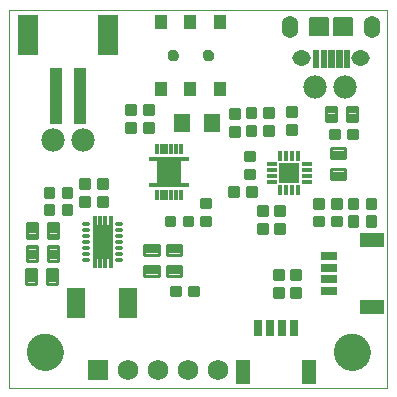
<source format=gts>
G75*
%MOIN*%
%OFA0B0*%
%FSLAX25Y25*%
%IPPOS*%
%LPD*%
%AMOC8*
5,1,8,0,0,1.08239X$1,22.5*
%
%ADD10C,0.00000*%
%ADD11C,0.12211*%
%ADD12R,0.04337X0.18510*%
%ADD13R,0.06699X0.13786*%
%ADD14C,0.07800*%
%ADD15R,0.05715X0.02762*%
%ADD16R,0.08274X0.05124*%
%ADD17R,0.02762X0.05715*%
%ADD18R,0.05124X0.08274*%
%ADD19C,0.00975*%
%ADD20R,0.03746X0.01502*%
%ADD21R,0.01502X0.03746*%
%ADD22R,0.07093X0.07093*%
%ADD23R,0.05400X0.06400*%
%ADD24R,0.04337X0.04928*%
%ADD25C,0.03746*%
%ADD26C,0.00850*%
%ADD27C,0.01100*%
%ADD28R,0.06620X0.11620*%
%ADD29C,0.01345*%
%ADD30R,0.01187X0.03451*%
%ADD31R,0.06306X0.10243*%
%ADD32R,0.06900X0.06900*%
%ADD33C,0.06900*%
%ADD34C,0.00200*%
%ADD35C,0.00640*%
%ADD36C,0.05156*%
%ADD37C,0.05400*%
%ADD38R,0.13780X0.01772*%
%ADD39R,0.01187X0.03746*%
%ADD40R,0.08077X0.08077*%
%ADD41R,0.04337X0.01384*%
D10*
X0002050Y0007300D02*
X0002050Y0133284D01*
X0128034Y0133284D01*
X0128034Y0007300D01*
X0002050Y0007300D01*
X0007955Y0019111D02*
X0007957Y0019264D01*
X0007963Y0019418D01*
X0007973Y0019571D01*
X0007987Y0019723D01*
X0008005Y0019876D01*
X0008027Y0020027D01*
X0008052Y0020178D01*
X0008082Y0020329D01*
X0008116Y0020479D01*
X0008153Y0020627D01*
X0008194Y0020775D01*
X0008239Y0020921D01*
X0008288Y0021067D01*
X0008341Y0021211D01*
X0008397Y0021353D01*
X0008457Y0021494D01*
X0008521Y0021634D01*
X0008588Y0021772D01*
X0008659Y0021908D01*
X0008734Y0022042D01*
X0008811Y0022174D01*
X0008893Y0022304D01*
X0008977Y0022432D01*
X0009065Y0022558D01*
X0009156Y0022681D01*
X0009250Y0022802D01*
X0009348Y0022920D01*
X0009448Y0023036D01*
X0009552Y0023149D01*
X0009658Y0023260D01*
X0009767Y0023368D01*
X0009879Y0023473D01*
X0009993Y0023574D01*
X0010111Y0023673D01*
X0010230Y0023769D01*
X0010352Y0023862D01*
X0010477Y0023951D01*
X0010604Y0024038D01*
X0010733Y0024120D01*
X0010864Y0024200D01*
X0010997Y0024276D01*
X0011132Y0024349D01*
X0011269Y0024418D01*
X0011408Y0024483D01*
X0011548Y0024545D01*
X0011690Y0024603D01*
X0011833Y0024658D01*
X0011978Y0024709D01*
X0012124Y0024756D01*
X0012271Y0024799D01*
X0012419Y0024838D01*
X0012568Y0024874D01*
X0012718Y0024905D01*
X0012869Y0024933D01*
X0013020Y0024957D01*
X0013173Y0024977D01*
X0013325Y0024993D01*
X0013478Y0025005D01*
X0013631Y0025013D01*
X0013784Y0025017D01*
X0013938Y0025017D01*
X0014091Y0025013D01*
X0014244Y0025005D01*
X0014397Y0024993D01*
X0014549Y0024977D01*
X0014702Y0024957D01*
X0014853Y0024933D01*
X0015004Y0024905D01*
X0015154Y0024874D01*
X0015303Y0024838D01*
X0015451Y0024799D01*
X0015598Y0024756D01*
X0015744Y0024709D01*
X0015889Y0024658D01*
X0016032Y0024603D01*
X0016174Y0024545D01*
X0016314Y0024483D01*
X0016453Y0024418D01*
X0016590Y0024349D01*
X0016725Y0024276D01*
X0016858Y0024200D01*
X0016989Y0024120D01*
X0017118Y0024038D01*
X0017245Y0023951D01*
X0017370Y0023862D01*
X0017492Y0023769D01*
X0017611Y0023673D01*
X0017729Y0023574D01*
X0017843Y0023473D01*
X0017955Y0023368D01*
X0018064Y0023260D01*
X0018170Y0023149D01*
X0018274Y0023036D01*
X0018374Y0022920D01*
X0018472Y0022802D01*
X0018566Y0022681D01*
X0018657Y0022558D01*
X0018745Y0022432D01*
X0018829Y0022304D01*
X0018911Y0022174D01*
X0018988Y0022042D01*
X0019063Y0021908D01*
X0019134Y0021772D01*
X0019201Y0021634D01*
X0019265Y0021494D01*
X0019325Y0021353D01*
X0019381Y0021211D01*
X0019434Y0021067D01*
X0019483Y0020921D01*
X0019528Y0020775D01*
X0019569Y0020627D01*
X0019606Y0020479D01*
X0019640Y0020329D01*
X0019670Y0020178D01*
X0019695Y0020027D01*
X0019717Y0019876D01*
X0019735Y0019723D01*
X0019749Y0019571D01*
X0019759Y0019418D01*
X0019765Y0019264D01*
X0019767Y0019111D01*
X0019765Y0018958D01*
X0019759Y0018804D01*
X0019749Y0018651D01*
X0019735Y0018499D01*
X0019717Y0018346D01*
X0019695Y0018195D01*
X0019670Y0018044D01*
X0019640Y0017893D01*
X0019606Y0017743D01*
X0019569Y0017595D01*
X0019528Y0017447D01*
X0019483Y0017301D01*
X0019434Y0017155D01*
X0019381Y0017011D01*
X0019325Y0016869D01*
X0019265Y0016728D01*
X0019201Y0016588D01*
X0019134Y0016450D01*
X0019063Y0016314D01*
X0018988Y0016180D01*
X0018911Y0016048D01*
X0018829Y0015918D01*
X0018745Y0015790D01*
X0018657Y0015664D01*
X0018566Y0015541D01*
X0018472Y0015420D01*
X0018374Y0015302D01*
X0018274Y0015186D01*
X0018170Y0015073D01*
X0018064Y0014962D01*
X0017955Y0014854D01*
X0017843Y0014749D01*
X0017729Y0014648D01*
X0017611Y0014549D01*
X0017492Y0014453D01*
X0017370Y0014360D01*
X0017245Y0014271D01*
X0017118Y0014184D01*
X0016989Y0014102D01*
X0016858Y0014022D01*
X0016725Y0013946D01*
X0016590Y0013873D01*
X0016453Y0013804D01*
X0016314Y0013739D01*
X0016174Y0013677D01*
X0016032Y0013619D01*
X0015889Y0013564D01*
X0015744Y0013513D01*
X0015598Y0013466D01*
X0015451Y0013423D01*
X0015303Y0013384D01*
X0015154Y0013348D01*
X0015004Y0013317D01*
X0014853Y0013289D01*
X0014702Y0013265D01*
X0014549Y0013245D01*
X0014397Y0013229D01*
X0014244Y0013217D01*
X0014091Y0013209D01*
X0013938Y0013205D01*
X0013784Y0013205D01*
X0013631Y0013209D01*
X0013478Y0013217D01*
X0013325Y0013229D01*
X0013173Y0013245D01*
X0013020Y0013265D01*
X0012869Y0013289D01*
X0012718Y0013317D01*
X0012568Y0013348D01*
X0012419Y0013384D01*
X0012271Y0013423D01*
X0012124Y0013466D01*
X0011978Y0013513D01*
X0011833Y0013564D01*
X0011690Y0013619D01*
X0011548Y0013677D01*
X0011408Y0013739D01*
X0011269Y0013804D01*
X0011132Y0013873D01*
X0010997Y0013946D01*
X0010864Y0014022D01*
X0010733Y0014102D01*
X0010604Y0014184D01*
X0010477Y0014271D01*
X0010352Y0014360D01*
X0010230Y0014453D01*
X0010111Y0014549D01*
X0009993Y0014648D01*
X0009879Y0014749D01*
X0009767Y0014854D01*
X0009658Y0014962D01*
X0009552Y0015073D01*
X0009448Y0015186D01*
X0009348Y0015302D01*
X0009250Y0015420D01*
X0009156Y0015541D01*
X0009065Y0015664D01*
X0008977Y0015790D01*
X0008893Y0015918D01*
X0008811Y0016048D01*
X0008734Y0016180D01*
X0008659Y0016314D01*
X0008588Y0016450D01*
X0008521Y0016588D01*
X0008457Y0016728D01*
X0008397Y0016869D01*
X0008341Y0017011D01*
X0008288Y0017155D01*
X0008239Y0017301D01*
X0008194Y0017447D01*
X0008153Y0017595D01*
X0008116Y0017743D01*
X0008082Y0017893D01*
X0008052Y0018044D01*
X0008027Y0018195D01*
X0008005Y0018346D01*
X0007987Y0018499D01*
X0007973Y0018651D01*
X0007963Y0018804D01*
X0007957Y0018958D01*
X0007955Y0019111D01*
X0054771Y0118000D02*
X0054773Y0118081D01*
X0054779Y0118163D01*
X0054789Y0118244D01*
X0054803Y0118324D01*
X0054820Y0118403D01*
X0054842Y0118482D01*
X0054867Y0118559D01*
X0054896Y0118636D01*
X0054929Y0118710D01*
X0054966Y0118783D01*
X0055005Y0118854D01*
X0055049Y0118923D01*
X0055095Y0118990D01*
X0055145Y0119054D01*
X0055198Y0119116D01*
X0055254Y0119176D01*
X0055312Y0119232D01*
X0055374Y0119286D01*
X0055438Y0119337D01*
X0055504Y0119384D01*
X0055572Y0119428D01*
X0055643Y0119469D01*
X0055715Y0119506D01*
X0055790Y0119540D01*
X0055865Y0119570D01*
X0055943Y0119596D01*
X0056021Y0119619D01*
X0056100Y0119637D01*
X0056180Y0119652D01*
X0056261Y0119663D01*
X0056342Y0119670D01*
X0056424Y0119673D01*
X0056505Y0119672D01*
X0056586Y0119667D01*
X0056667Y0119658D01*
X0056748Y0119645D01*
X0056828Y0119628D01*
X0056906Y0119608D01*
X0056984Y0119583D01*
X0057061Y0119555D01*
X0057136Y0119523D01*
X0057209Y0119488D01*
X0057280Y0119449D01*
X0057350Y0119406D01*
X0057417Y0119361D01*
X0057483Y0119312D01*
X0057545Y0119260D01*
X0057605Y0119204D01*
X0057662Y0119146D01*
X0057717Y0119086D01*
X0057768Y0119022D01*
X0057816Y0118957D01*
X0057861Y0118889D01*
X0057903Y0118819D01*
X0057941Y0118747D01*
X0057976Y0118673D01*
X0058007Y0118598D01*
X0058034Y0118521D01*
X0058057Y0118443D01*
X0058077Y0118364D01*
X0058093Y0118284D01*
X0058105Y0118203D01*
X0058113Y0118122D01*
X0058117Y0118041D01*
X0058117Y0117959D01*
X0058113Y0117878D01*
X0058105Y0117797D01*
X0058093Y0117716D01*
X0058077Y0117636D01*
X0058057Y0117557D01*
X0058034Y0117479D01*
X0058007Y0117402D01*
X0057976Y0117327D01*
X0057941Y0117253D01*
X0057903Y0117181D01*
X0057861Y0117111D01*
X0057816Y0117043D01*
X0057768Y0116978D01*
X0057717Y0116914D01*
X0057662Y0116854D01*
X0057605Y0116796D01*
X0057545Y0116740D01*
X0057483Y0116688D01*
X0057417Y0116639D01*
X0057350Y0116594D01*
X0057281Y0116551D01*
X0057209Y0116512D01*
X0057136Y0116477D01*
X0057061Y0116445D01*
X0056984Y0116417D01*
X0056906Y0116392D01*
X0056828Y0116372D01*
X0056748Y0116355D01*
X0056667Y0116342D01*
X0056586Y0116333D01*
X0056505Y0116328D01*
X0056424Y0116327D01*
X0056342Y0116330D01*
X0056261Y0116337D01*
X0056180Y0116348D01*
X0056100Y0116363D01*
X0056021Y0116381D01*
X0055943Y0116404D01*
X0055865Y0116430D01*
X0055790Y0116460D01*
X0055715Y0116494D01*
X0055643Y0116531D01*
X0055572Y0116572D01*
X0055504Y0116616D01*
X0055438Y0116663D01*
X0055374Y0116714D01*
X0055312Y0116768D01*
X0055254Y0116824D01*
X0055198Y0116884D01*
X0055145Y0116946D01*
X0055095Y0117010D01*
X0055049Y0117077D01*
X0055005Y0117146D01*
X0054966Y0117217D01*
X0054929Y0117290D01*
X0054896Y0117364D01*
X0054867Y0117441D01*
X0054842Y0117518D01*
X0054820Y0117597D01*
X0054803Y0117676D01*
X0054789Y0117756D01*
X0054779Y0117837D01*
X0054773Y0117919D01*
X0054771Y0118000D01*
X0066583Y0118000D02*
X0066585Y0118081D01*
X0066591Y0118163D01*
X0066601Y0118244D01*
X0066615Y0118324D01*
X0066632Y0118403D01*
X0066654Y0118482D01*
X0066679Y0118559D01*
X0066708Y0118636D01*
X0066741Y0118710D01*
X0066778Y0118783D01*
X0066817Y0118854D01*
X0066861Y0118923D01*
X0066907Y0118990D01*
X0066957Y0119054D01*
X0067010Y0119116D01*
X0067066Y0119176D01*
X0067124Y0119232D01*
X0067186Y0119286D01*
X0067250Y0119337D01*
X0067316Y0119384D01*
X0067384Y0119428D01*
X0067455Y0119469D01*
X0067527Y0119506D01*
X0067602Y0119540D01*
X0067677Y0119570D01*
X0067755Y0119596D01*
X0067833Y0119619D01*
X0067912Y0119637D01*
X0067992Y0119652D01*
X0068073Y0119663D01*
X0068154Y0119670D01*
X0068236Y0119673D01*
X0068317Y0119672D01*
X0068398Y0119667D01*
X0068479Y0119658D01*
X0068560Y0119645D01*
X0068640Y0119628D01*
X0068718Y0119608D01*
X0068796Y0119583D01*
X0068873Y0119555D01*
X0068948Y0119523D01*
X0069021Y0119488D01*
X0069092Y0119449D01*
X0069162Y0119406D01*
X0069229Y0119361D01*
X0069295Y0119312D01*
X0069357Y0119260D01*
X0069417Y0119204D01*
X0069474Y0119146D01*
X0069529Y0119086D01*
X0069580Y0119022D01*
X0069628Y0118957D01*
X0069673Y0118889D01*
X0069715Y0118819D01*
X0069753Y0118747D01*
X0069788Y0118673D01*
X0069819Y0118598D01*
X0069846Y0118521D01*
X0069869Y0118443D01*
X0069889Y0118364D01*
X0069905Y0118284D01*
X0069917Y0118203D01*
X0069925Y0118122D01*
X0069929Y0118041D01*
X0069929Y0117959D01*
X0069925Y0117878D01*
X0069917Y0117797D01*
X0069905Y0117716D01*
X0069889Y0117636D01*
X0069869Y0117557D01*
X0069846Y0117479D01*
X0069819Y0117402D01*
X0069788Y0117327D01*
X0069753Y0117253D01*
X0069715Y0117181D01*
X0069673Y0117111D01*
X0069628Y0117043D01*
X0069580Y0116978D01*
X0069529Y0116914D01*
X0069474Y0116854D01*
X0069417Y0116796D01*
X0069357Y0116740D01*
X0069295Y0116688D01*
X0069229Y0116639D01*
X0069162Y0116594D01*
X0069093Y0116551D01*
X0069021Y0116512D01*
X0068948Y0116477D01*
X0068873Y0116445D01*
X0068796Y0116417D01*
X0068718Y0116392D01*
X0068640Y0116372D01*
X0068560Y0116355D01*
X0068479Y0116342D01*
X0068398Y0116333D01*
X0068317Y0116328D01*
X0068236Y0116327D01*
X0068154Y0116330D01*
X0068073Y0116337D01*
X0067992Y0116348D01*
X0067912Y0116363D01*
X0067833Y0116381D01*
X0067755Y0116404D01*
X0067677Y0116430D01*
X0067602Y0116460D01*
X0067527Y0116494D01*
X0067455Y0116531D01*
X0067384Y0116572D01*
X0067316Y0116616D01*
X0067250Y0116663D01*
X0067186Y0116714D01*
X0067124Y0116768D01*
X0067066Y0116824D01*
X0067010Y0116884D01*
X0066957Y0116946D01*
X0066907Y0117010D01*
X0066861Y0117077D01*
X0066817Y0117146D01*
X0066778Y0117217D01*
X0066741Y0117290D01*
X0066708Y0117364D01*
X0066679Y0117441D01*
X0066654Y0117518D01*
X0066632Y0117597D01*
X0066615Y0117676D01*
X0066601Y0117756D01*
X0066591Y0117837D01*
X0066585Y0117919D01*
X0066583Y0118000D01*
X0110317Y0019111D02*
X0110319Y0019264D01*
X0110325Y0019418D01*
X0110335Y0019571D01*
X0110349Y0019723D01*
X0110367Y0019876D01*
X0110389Y0020027D01*
X0110414Y0020178D01*
X0110444Y0020329D01*
X0110478Y0020479D01*
X0110515Y0020627D01*
X0110556Y0020775D01*
X0110601Y0020921D01*
X0110650Y0021067D01*
X0110703Y0021211D01*
X0110759Y0021353D01*
X0110819Y0021494D01*
X0110883Y0021634D01*
X0110950Y0021772D01*
X0111021Y0021908D01*
X0111096Y0022042D01*
X0111173Y0022174D01*
X0111255Y0022304D01*
X0111339Y0022432D01*
X0111427Y0022558D01*
X0111518Y0022681D01*
X0111612Y0022802D01*
X0111710Y0022920D01*
X0111810Y0023036D01*
X0111914Y0023149D01*
X0112020Y0023260D01*
X0112129Y0023368D01*
X0112241Y0023473D01*
X0112355Y0023574D01*
X0112473Y0023673D01*
X0112592Y0023769D01*
X0112714Y0023862D01*
X0112839Y0023951D01*
X0112966Y0024038D01*
X0113095Y0024120D01*
X0113226Y0024200D01*
X0113359Y0024276D01*
X0113494Y0024349D01*
X0113631Y0024418D01*
X0113770Y0024483D01*
X0113910Y0024545D01*
X0114052Y0024603D01*
X0114195Y0024658D01*
X0114340Y0024709D01*
X0114486Y0024756D01*
X0114633Y0024799D01*
X0114781Y0024838D01*
X0114930Y0024874D01*
X0115080Y0024905D01*
X0115231Y0024933D01*
X0115382Y0024957D01*
X0115535Y0024977D01*
X0115687Y0024993D01*
X0115840Y0025005D01*
X0115993Y0025013D01*
X0116146Y0025017D01*
X0116300Y0025017D01*
X0116453Y0025013D01*
X0116606Y0025005D01*
X0116759Y0024993D01*
X0116911Y0024977D01*
X0117064Y0024957D01*
X0117215Y0024933D01*
X0117366Y0024905D01*
X0117516Y0024874D01*
X0117665Y0024838D01*
X0117813Y0024799D01*
X0117960Y0024756D01*
X0118106Y0024709D01*
X0118251Y0024658D01*
X0118394Y0024603D01*
X0118536Y0024545D01*
X0118676Y0024483D01*
X0118815Y0024418D01*
X0118952Y0024349D01*
X0119087Y0024276D01*
X0119220Y0024200D01*
X0119351Y0024120D01*
X0119480Y0024038D01*
X0119607Y0023951D01*
X0119732Y0023862D01*
X0119854Y0023769D01*
X0119973Y0023673D01*
X0120091Y0023574D01*
X0120205Y0023473D01*
X0120317Y0023368D01*
X0120426Y0023260D01*
X0120532Y0023149D01*
X0120636Y0023036D01*
X0120736Y0022920D01*
X0120834Y0022802D01*
X0120928Y0022681D01*
X0121019Y0022558D01*
X0121107Y0022432D01*
X0121191Y0022304D01*
X0121273Y0022174D01*
X0121350Y0022042D01*
X0121425Y0021908D01*
X0121496Y0021772D01*
X0121563Y0021634D01*
X0121627Y0021494D01*
X0121687Y0021353D01*
X0121743Y0021211D01*
X0121796Y0021067D01*
X0121845Y0020921D01*
X0121890Y0020775D01*
X0121931Y0020627D01*
X0121968Y0020479D01*
X0122002Y0020329D01*
X0122032Y0020178D01*
X0122057Y0020027D01*
X0122079Y0019876D01*
X0122097Y0019723D01*
X0122111Y0019571D01*
X0122121Y0019418D01*
X0122127Y0019264D01*
X0122129Y0019111D01*
X0122127Y0018958D01*
X0122121Y0018804D01*
X0122111Y0018651D01*
X0122097Y0018499D01*
X0122079Y0018346D01*
X0122057Y0018195D01*
X0122032Y0018044D01*
X0122002Y0017893D01*
X0121968Y0017743D01*
X0121931Y0017595D01*
X0121890Y0017447D01*
X0121845Y0017301D01*
X0121796Y0017155D01*
X0121743Y0017011D01*
X0121687Y0016869D01*
X0121627Y0016728D01*
X0121563Y0016588D01*
X0121496Y0016450D01*
X0121425Y0016314D01*
X0121350Y0016180D01*
X0121273Y0016048D01*
X0121191Y0015918D01*
X0121107Y0015790D01*
X0121019Y0015664D01*
X0120928Y0015541D01*
X0120834Y0015420D01*
X0120736Y0015302D01*
X0120636Y0015186D01*
X0120532Y0015073D01*
X0120426Y0014962D01*
X0120317Y0014854D01*
X0120205Y0014749D01*
X0120091Y0014648D01*
X0119973Y0014549D01*
X0119854Y0014453D01*
X0119732Y0014360D01*
X0119607Y0014271D01*
X0119480Y0014184D01*
X0119351Y0014102D01*
X0119220Y0014022D01*
X0119087Y0013946D01*
X0118952Y0013873D01*
X0118815Y0013804D01*
X0118676Y0013739D01*
X0118536Y0013677D01*
X0118394Y0013619D01*
X0118251Y0013564D01*
X0118106Y0013513D01*
X0117960Y0013466D01*
X0117813Y0013423D01*
X0117665Y0013384D01*
X0117516Y0013348D01*
X0117366Y0013317D01*
X0117215Y0013289D01*
X0117064Y0013265D01*
X0116911Y0013245D01*
X0116759Y0013229D01*
X0116606Y0013217D01*
X0116453Y0013209D01*
X0116300Y0013205D01*
X0116146Y0013205D01*
X0115993Y0013209D01*
X0115840Y0013217D01*
X0115687Y0013229D01*
X0115535Y0013245D01*
X0115382Y0013265D01*
X0115231Y0013289D01*
X0115080Y0013317D01*
X0114930Y0013348D01*
X0114781Y0013384D01*
X0114633Y0013423D01*
X0114486Y0013466D01*
X0114340Y0013513D01*
X0114195Y0013564D01*
X0114052Y0013619D01*
X0113910Y0013677D01*
X0113770Y0013739D01*
X0113631Y0013804D01*
X0113494Y0013873D01*
X0113359Y0013946D01*
X0113226Y0014022D01*
X0113095Y0014102D01*
X0112966Y0014184D01*
X0112839Y0014271D01*
X0112714Y0014360D01*
X0112592Y0014453D01*
X0112473Y0014549D01*
X0112355Y0014648D01*
X0112241Y0014749D01*
X0112129Y0014854D01*
X0112020Y0014962D01*
X0111914Y0015073D01*
X0111810Y0015186D01*
X0111710Y0015302D01*
X0111612Y0015420D01*
X0111518Y0015541D01*
X0111427Y0015664D01*
X0111339Y0015790D01*
X0111255Y0015918D01*
X0111173Y0016048D01*
X0111096Y0016180D01*
X0111021Y0016314D01*
X0110950Y0016450D01*
X0110883Y0016588D01*
X0110819Y0016728D01*
X0110759Y0016869D01*
X0110703Y0017011D01*
X0110650Y0017155D01*
X0110601Y0017301D01*
X0110556Y0017447D01*
X0110515Y0017595D01*
X0110478Y0017743D01*
X0110444Y0017893D01*
X0110414Y0018044D01*
X0110389Y0018195D01*
X0110367Y0018346D01*
X0110349Y0018499D01*
X0110335Y0018651D01*
X0110325Y0018804D01*
X0110319Y0018958D01*
X0110317Y0019111D01*
D11*
X0116223Y0019111D03*
X0013861Y0019111D03*
D12*
X0017613Y0104422D03*
X0025487Y0104422D03*
D13*
X0034936Y0124894D03*
X0008164Y0124894D03*
D14*
X0016550Y0089926D03*
X0026550Y0089926D03*
X0104050Y0107426D03*
X0114050Y0107426D03*
D15*
X0108550Y0051206D03*
X0108550Y0047269D03*
X0108550Y0043331D03*
X0108550Y0039394D03*
D16*
X0123019Y0034276D03*
X0123019Y0056324D03*
D17*
X0096856Y0027000D03*
X0092919Y0027000D03*
X0088981Y0027000D03*
X0085044Y0027000D03*
D18*
X0079926Y0012531D03*
X0101974Y0012531D03*
D19*
X0098913Y0037437D02*
X0098913Y0040363D01*
X0098913Y0037437D02*
X0095987Y0037437D01*
X0095987Y0040363D01*
X0098913Y0040363D01*
X0098913Y0038411D02*
X0095987Y0038411D01*
X0095987Y0039385D02*
X0098913Y0039385D01*
X0098913Y0040359D02*
X0095987Y0040359D01*
X0098913Y0043437D02*
X0098913Y0046363D01*
X0098913Y0043437D02*
X0095987Y0043437D01*
X0095987Y0046363D01*
X0098913Y0046363D01*
X0098913Y0044411D02*
X0095987Y0044411D01*
X0095987Y0045385D02*
X0098913Y0045385D01*
X0098913Y0046359D02*
X0095987Y0046359D01*
X0093213Y0046363D02*
X0093213Y0043437D01*
X0090287Y0043437D01*
X0090287Y0046363D01*
X0093213Y0046363D01*
X0093213Y0044411D02*
X0090287Y0044411D01*
X0090287Y0045385D02*
X0093213Y0045385D01*
X0093213Y0046359D02*
X0090287Y0046359D01*
X0093213Y0040363D02*
X0093213Y0037437D01*
X0090287Y0037437D01*
X0090287Y0040363D01*
X0093213Y0040363D01*
X0093213Y0038411D02*
X0090287Y0038411D01*
X0090287Y0039385D02*
X0093213Y0039385D01*
X0093213Y0040359D02*
X0090287Y0040359D01*
X0090591Y0058948D02*
X0090591Y0061874D01*
X0093517Y0061874D01*
X0093517Y0058948D01*
X0090591Y0058948D01*
X0090591Y0059922D02*
X0093517Y0059922D01*
X0093517Y0060896D02*
X0090591Y0060896D01*
X0090591Y0061870D02*
X0093517Y0061870D01*
X0090591Y0064948D02*
X0090591Y0067874D01*
X0093517Y0067874D01*
X0093517Y0064948D01*
X0090591Y0064948D01*
X0090591Y0065922D02*
X0093517Y0065922D01*
X0093517Y0066896D02*
X0090591Y0066896D01*
X0090591Y0067870D02*
X0093517Y0067870D01*
X0084980Y0067874D02*
X0084980Y0064948D01*
X0084980Y0067874D02*
X0087906Y0067874D01*
X0087906Y0064948D01*
X0084980Y0064948D01*
X0084980Y0065922D02*
X0087906Y0065922D01*
X0087906Y0066896D02*
X0084980Y0066896D01*
X0084980Y0067870D02*
X0087906Y0067870D01*
X0084113Y0071137D02*
X0081187Y0071137D01*
X0081187Y0074063D01*
X0084113Y0074063D01*
X0084113Y0071137D01*
X0084113Y0072111D02*
X0081187Y0072111D01*
X0081187Y0073085D02*
X0084113Y0073085D01*
X0084113Y0074059D02*
X0081187Y0074059D01*
X0080587Y0077037D02*
X0080587Y0079963D01*
X0083513Y0079963D01*
X0083513Y0077037D01*
X0080587Y0077037D01*
X0080587Y0078011D02*
X0083513Y0078011D01*
X0083513Y0078985D02*
X0080587Y0078985D01*
X0080587Y0079959D02*
X0083513Y0079959D01*
X0080587Y0083037D02*
X0080587Y0085963D01*
X0083513Y0085963D01*
X0083513Y0083037D01*
X0080587Y0083037D01*
X0080587Y0084011D02*
X0083513Y0084011D01*
X0083513Y0084985D02*
X0080587Y0084985D01*
X0080587Y0085959D02*
X0083513Y0085959D01*
X0081087Y0091437D02*
X0081087Y0094363D01*
X0084013Y0094363D01*
X0084013Y0091437D01*
X0081087Y0091437D01*
X0081087Y0092411D02*
X0084013Y0092411D01*
X0084013Y0093385D02*
X0081087Y0093385D01*
X0081087Y0094359D02*
X0084013Y0094359D01*
X0081087Y0097437D02*
X0081087Y0100363D01*
X0084013Y0100363D01*
X0084013Y0097437D01*
X0081087Y0097437D01*
X0081087Y0098411D02*
X0084013Y0098411D01*
X0084013Y0099385D02*
X0081087Y0099385D01*
X0081087Y0100359D02*
X0084013Y0100359D01*
X0086887Y0100463D02*
X0086887Y0097537D01*
X0086887Y0100463D02*
X0089813Y0100463D01*
X0089813Y0097537D01*
X0086887Y0097537D01*
X0086887Y0098511D02*
X0089813Y0098511D01*
X0089813Y0099485D02*
X0086887Y0099485D01*
X0086887Y0100459D02*
X0089813Y0100459D01*
X0094687Y0100663D02*
X0094687Y0097737D01*
X0094687Y0100663D02*
X0097613Y0100663D01*
X0097613Y0097737D01*
X0094687Y0097737D01*
X0094687Y0098711D02*
X0097613Y0098711D01*
X0097613Y0099685D02*
X0094687Y0099685D01*
X0094687Y0100659D02*
X0097613Y0100659D01*
X0094687Y0094663D02*
X0094687Y0091737D01*
X0094687Y0094663D02*
X0097613Y0094663D01*
X0097613Y0091737D01*
X0094687Y0091737D01*
X0094687Y0092711D02*
X0097613Y0092711D01*
X0097613Y0093685D02*
X0094687Y0093685D01*
X0094687Y0094659D02*
X0097613Y0094659D01*
X0086887Y0094463D02*
X0086887Y0091537D01*
X0086887Y0094463D02*
X0089813Y0094463D01*
X0089813Y0091537D01*
X0086887Y0091537D01*
X0086887Y0092511D02*
X0089813Y0092511D01*
X0089813Y0093485D02*
X0086887Y0093485D01*
X0086887Y0094459D02*
X0089813Y0094459D01*
X0075487Y0094163D02*
X0075487Y0091237D01*
X0075487Y0094163D02*
X0078413Y0094163D01*
X0078413Y0091237D01*
X0075487Y0091237D01*
X0075487Y0092211D02*
X0078413Y0092211D01*
X0078413Y0093185D02*
X0075487Y0093185D01*
X0075487Y0094159D02*
X0078413Y0094159D01*
X0075487Y0097237D02*
X0075487Y0100163D01*
X0078413Y0100163D01*
X0078413Y0097237D01*
X0075487Y0097237D01*
X0075487Y0098211D02*
X0078413Y0098211D01*
X0078413Y0099185D02*
X0075487Y0099185D01*
X0075487Y0100159D02*
X0078413Y0100159D01*
X0078113Y0071137D02*
X0075187Y0071137D01*
X0075187Y0074063D01*
X0078113Y0074063D01*
X0078113Y0071137D01*
X0078113Y0072111D02*
X0075187Y0072111D01*
X0075187Y0073085D02*
X0078113Y0073085D01*
X0078113Y0074059D02*
X0075187Y0074059D01*
X0068813Y0070263D02*
X0068813Y0067337D01*
X0065887Y0067337D01*
X0065887Y0070263D01*
X0068813Y0070263D01*
X0068813Y0068311D02*
X0065887Y0068311D01*
X0065887Y0069285D02*
X0068813Y0069285D01*
X0068813Y0070259D02*
X0065887Y0070259D01*
X0068813Y0064263D02*
X0068813Y0061337D01*
X0065887Y0061337D01*
X0065887Y0064263D01*
X0068813Y0064263D01*
X0068813Y0062311D02*
X0065887Y0062311D01*
X0065887Y0063285D02*
X0068813Y0063285D01*
X0068813Y0064259D02*
X0065887Y0064259D01*
X0063013Y0064263D02*
X0060087Y0064263D01*
X0063013Y0064263D02*
X0063013Y0061337D01*
X0060087Y0061337D01*
X0060087Y0064263D01*
X0060087Y0062311D02*
X0063013Y0062311D01*
X0063013Y0063285D02*
X0060087Y0063285D01*
X0060087Y0064259D02*
X0063013Y0064259D01*
X0057013Y0064263D02*
X0054087Y0064263D01*
X0057013Y0064263D02*
X0057013Y0061337D01*
X0054087Y0061337D01*
X0054087Y0064263D01*
X0054087Y0062311D02*
X0057013Y0062311D01*
X0057013Y0063285D02*
X0054087Y0063285D01*
X0054087Y0064259D02*
X0057013Y0064259D01*
X0055987Y0040963D02*
X0058913Y0040963D01*
X0058913Y0038037D01*
X0055987Y0038037D01*
X0055987Y0040963D01*
X0055987Y0039011D02*
X0058913Y0039011D01*
X0058913Y0039985D02*
X0055987Y0039985D01*
X0055987Y0040959D02*
X0058913Y0040959D01*
X0061987Y0040963D02*
X0064913Y0040963D01*
X0064913Y0038037D01*
X0061987Y0038037D01*
X0061987Y0040963D01*
X0061987Y0039011D02*
X0064913Y0039011D01*
X0064913Y0039985D02*
X0061987Y0039985D01*
X0061987Y0040959D02*
X0064913Y0040959D01*
X0084980Y0058948D02*
X0084980Y0061874D01*
X0087906Y0061874D01*
X0087906Y0058948D01*
X0084980Y0058948D01*
X0084980Y0059922D02*
X0087906Y0059922D01*
X0087906Y0060896D02*
X0084980Y0060896D01*
X0084980Y0061870D02*
X0087906Y0061870D01*
X0103587Y0061337D02*
X0106513Y0061337D01*
X0103587Y0061337D02*
X0103587Y0064263D01*
X0106513Y0064263D01*
X0106513Y0061337D01*
X0106513Y0062311D02*
X0103587Y0062311D01*
X0103587Y0063285D02*
X0106513Y0063285D01*
X0106513Y0064259D02*
X0103587Y0064259D01*
X0103487Y0067137D02*
X0106413Y0067137D01*
X0103487Y0067137D02*
X0103487Y0070063D01*
X0106413Y0070063D01*
X0106413Y0067137D01*
X0106413Y0068111D02*
X0103487Y0068111D01*
X0103487Y0069085D02*
X0106413Y0069085D01*
X0106413Y0070059D02*
X0103487Y0070059D01*
X0109487Y0067137D02*
X0112413Y0067137D01*
X0109487Y0067137D02*
X0109487Y0070063D01*
X0112413Y0070063D01*
X0112413Y0067137D01*
X0112413Y0068111D02*
X0109487Y0068111D01*
X0109487Y0069085D02*
X0112413Y0069085D01*
X0112413Y0070059D02*
X0109487Y0070059D01*
X0109587Y0061337D02*
X0112513Y0061337D01*
X0109587Y0061337D02*
X0109587Y0064263D01*
X0112513Y0064263D01*
X0112513Y0061337D01*
X0112513Y0062311D02*
X0109587Y0062311D01*
X0109587Y0063285D02*
X0112513Y0063285D01*
X0112513Y0064259D02*
X0109587Y0064259D01*
X0108987Y0093263D02*
X0111913Y0093263D01*
X0111913Y0090337D01*
X0108987Y0090337D01*
X0108987Y0093263D01*
X0108987Y0091311D02*
X0111913Y0091311D01*
X0111913Y0092285D02*
X0108987Y0092285D01*
X0108987Y0093259D02*
X0111913Y0093259D01*
X0114987Y0093263D02*
X0117913Y0093263D01*
X0117913Y0090337D01*
X0114987Y0090337D01*
X0114987Y0093263D01*
X0114987Y0091311D02*
X0117913Y0091311D01*
X0117913Y0092285D02*
X0114987Y0092285D01*
X0114987Y0093259D02*
X0117913Y0093259D01*
X0049913Y0095563D02*
X0046987Y0095563D01*
X0049913Y0095563D02*
X0049913Y0092637D01*
X0046987Y0092637D01*
X0046987Y0095563D01*
X0046987Y0093611D02*
X0049913Y0093611D01*
X0049913Y0094585D02*
X0046987Y0094585D01*
X0046987Y0095559D02*
X0049913Y0095559D01*
X0049913Y0098437D02*
X0046987Y0098437D01*
X0046987Y0101363D01*
X0049913Y0101363D01*
X0049913Y0098437D01*
X0049913Y0099411D02*
X0046987Y0099411D01*
X0046987Y0100385D02*
X0049913Y0100385D01*
X0049913Y0101359D02*
X0046987Y0101359D01*
X0043913Y0098437D02*
X0040987Y0098437D01*
X0040987Y0101363D01*
X0043913Y0101363D01*
X0043913Y0098437D01*
X0043913Y0099411D02*
X0040987Y0099411D01*
X0040987Y0100385D02*
X0043913Y0100385D01*
X0043913Y0101359D02*
X0040987Y0101359D01*
X0040987Y0095563D02*
X0043913Y0095563D01*
X0043913Y0092637D01*
X0040987Y0092637D01*
X0040987Y0095563D01*
X0040987Y0093611D02*
X0043913Y0093611D01*
X0043913Y0094585D02*
X0040987Y0094585D01*
X0040987Y0095559D02*
X0043913Y0095559D01*
X0034513Y0076663D02*
X0034513Y0073737D01*
X0031587Y0073737D01*
X0031587Y0076663D01*
X0034513Y0076663D01*
X0034513Y0074711D02*
X0031587Y0074711D01*
X0031587Y0075685D02*
X0034513Y0075685D01*
X0034513Y0076659D02*
X0031587Y0076659D01*
X0025687Y0076663D02*
X0025687Y0073737D01*
X0025687Y0076663D02*
X0028613Y0076663D01*
X0028613Y0073737D01*
X0025687Y0073737D01*
X0025687Y0074711D02*
X0028613Y0074711D01*
X0028613Y0075685D02*
X0025687Y0075685D01*
X0025687Y0076659D02*
X0028613Y0076659D01*
X0025687Y0070663D02*
X0025687Y0067737D01*
X0025687Y0070663D02*
X0028613Y0070663D01*
X0028613Y0067737D01*
X0025687Y0067737D01*
X0025687Y0068711D02*
X0028613Y0068711D01*
X0028613Y0069685D02*
X0025687Y0069685D01*
X0025687Y0070659D02*
X0028613Y0070659D01*
X0034513Y0070663D02*
X0034513Y0067737D01*
X0031587Y0067737D01*
X0031587Y0070663D01*
X0034513Y0070663D01*
X0034513Y0068711D02*
X0031587Y0068711D01*
X0031587Y0069685D02*
X0034513Y0069685D01*
X0034513Y0070659D02*
X0031587Y0070659D01*
X0022713Y0070937D02*
X0019787Y0070937D01*
X0019787Y0073863D01*
X0022713Y0073863D01*
X0022713Y0070937D01*
X0022713Y0071911D02*
X0019787Y0071911D01*
X0019787Y0072885D02*
X0022713Y0072885D01*
X0022713Y0073859D02*
X0019787Y0073859D01*
X0016713Y0070937D02*
X0013787Y0070937D01*
X0013787Y0073863D01*
X0016713Y0073863D01*
X0016713Y0070937D01*
X0016713Y0071911D02*
X0013787Y0071911D01*
X0013787Y0072885D02*
X0016713Y0072885D01*
X0016713Y0073859D02*
X0013787Y0073859D01*
X0013787Y0068163D02*
X0016713Y0068163D01*
X0016713Y0065237D01*
X0013787Y0065237D01*
X0013787Y0068163D01*
X0013787Y0066211D02*
X0016713Y0066211D01*
X0016713Y0067185D02*
X0013787Y0067185D01*
X0013787Y0068159D02*
X0016713Y0068159D01*
X0019787Y0068163D02*
X0022713Y0068163D01*
X0022713Y0065237D01*
X0019787Y0065237D01*
X0019787Y0068163D01*
X0019787Y0066211D02*
X0022713Y0066211D01*
X0022713Y0067185D02*
X0019787Y0067185D01*
X0019787Y0068159D02*
X0022713Y0068159D01*
D20*
X0089543Y0075847D03*
X0089543Y0077816D03*
X0089543Y0079784D03*
X0089543Y0081753D03*
X0101157Y0081753D03*
X0101157Y0079784D03*
X0101157Y0077816D03*
X0101157Y0075847D03*
D21*
X0098303Y0072993D03*
X0096334Y0072993D03*
X0094366Y0072993D03*
X0092397Y0072993D03*
X0092397Y0084607D03*
X0094366Y0084607D03*
X0096334Y0084607D03*
X0098303Y0084607D03*
D22*
X0095350Y0078800D03*
D23*
X0069450Y0095400D03*
X0059450Y0095400D03*
D24*
X0062350Y0106878D03*
X0072193Y0106878D03*
X0052507Y0106878D03*
X0052507Y0129122D03*
X0062350Y0129122D03*
X0072193Y0129122D03*
D25*
X0068256Y0118000D03*
X0056444Y0118000D03*
D26*
X0115275Y0070125D02*
X0117825Y0070125D01*
X0117825Y0067075D01*
X0115275Y0067075D01*
X0115275Y0070125D01*
X0115275Y0067924D02*
X0117825Y0067924D01*
X0117825Y0068773D02*
X0115275Y0068773D01*
X0115275Y0069622D02*
X0117825Y0069622D01*
X0121275Y0070125D02*
X0123825Y0070125D01*
X0123825Y0067075D01*
X0121275Y0067075D01*
X0121275Y0070125D01*
X0121275Y0067924D02*
X0123825Y0067924D01*
X0123825Y0068773D02*
X0121275Y0068773D01*
X0121275Y0069622D02*
X0123825Y0069622D01*
X0123825Y0064325D02*
X0121275Y0064325D01*
X0123825Y0064325D02*
X0123825Y0061275D01*
X0121275Y0061275D01*
X0121275Y0064325D01*
X0121275Y0062124D02*
X0123825Y0062124D01*
X0123825Y0062973D02*
X0121275Y0062973D01*
X0121275Y0063822D02*
X0123825Y0063822D01*
X0117825Y0064325D02*
X0115275Y0064325D01*
X0117825Y0064325D02*
X0117825Y0061275D01*
X0115275Y0061275D01*
X0115275Y0064325D01*
X0115275Y0062124D02*
X0117825Y0062124D01*
X0117825Y0062973D02*
X0115275Y0062973D01*
X0115275Y0063822D02*
X0117825Y0063822D01*
D27*
X0109150Y0076750D02*
X0109150Y0080050D01*
X0113950Y0080050D01*
X0113950Y0076750D01*
X0109150Y0076750D01*
X0109150Y0077849D02*
X0113950Y0077849D01*
X0113950Y0078948D02*
X0109150Y0078948D01*
X0109150Y0080047D02*
X0113950Y0080047D01*
X0109150Y0083750D02*
X0109150Y0087050D01*
X0113950Y0087050D01*
X0113950Y0083750D01*
X0109150Y0083750D01*
X0109150Y0084849D02*
X0113950Y0084849D01*
X0113950Y0085948D02*
X0109150Y0085948D01*
X0109150Y0087047D02*
X0113950Y0087047D01*
X0114500Y0100900D02*
X0117800Y0100900D01*
X0117800Y0096100D01*
X0114500Y0096100D01*
X0114500Y0100900D01*
X0114500Y0097199D02*
X0117800Y0097199D01*
X0117800Y0098298D02*
X0114500Y0098298D01*
X0114500Y0099397D02*
X0117800Y0099397D01*
X0117800Y0100496D02*
X0114500Y0100496D01*
X0110800Y0100900D02*
X0107500Y0100900D01*
X0110800Y0100900D02*
X0110800Y0096100D01*
X0107500Y0096100D01*
X0107500Y0100900D01*
X0107500Y0097199D02*
X0110800Y0097199D01*
X0110800Y0098298D02*
X0107500Y0098298D01*
X0107500Y0099397D02*
X0110800Y0099397D01*
X0110800Y0100496D02*
X0107500Y0100496D01*
X0059350Y0054850D02*
X0059350Y0051550D01*
X0054550Y0051550D01*
X0054550Y0054850D01*
X0059350Y0054850D01*
X0059350Y0052649D02*
X0054550Y0052649D01*
X0054550Y0053748D02*
X0059350Y0053748D01*
X0059350Y0054847D02*
X0054550Y0054847D01*
X0051750Y0054850D02*
X0051750Y0051550D01*
X0046950Y0051550D01*
X0046950Y0054850D01*
X0051750Y0054850D01*
X0051750Y0052649D02*
X0046950Y0052649D01*
X0046950Y0053748D02*
X0051750Y0053748D01*
X0051750Y0054847D02*
X0046950Y0054847D01*
X0051750Y0047850D02*
X0051750Y0044550D01*
X0046950Y0044550D01*
X0046950Y0047850D01*
X0051750Y0047850D01*
X0051750Y0045649D02*
X0046950Y0045649D01*
X0046950Y0046748D02*
X0051750Y0046748D01*
X0051750Y0047847D02*
X0046950Y0047847D01*
X0059350Y0047850D02*
X0059350Y0044550D01*
X0054550Y0044550D01*
X0054550Y0047850D01*
X0059350Y0047850D01*
X0059350Y0045649D02*
X0054550Y0045649D01*
X0054550Y0046748D02*
X0059350Y0046748D01*
X0059350Y0047847D02*
X0054550Y0047847D01*
X0018100Y0049600D02*
X0014800Y0049600D01*
X0014800Y0054400D01*
X0018100Y0054400D01*
X0018100Y0049600D01*
X0018100Y0050699D02*
X0014800Y0050699D01*
X0014800Y0051798D02*
X0018100Y0051798D01*
X0018100Y0052897D02*
X0014800Y0052897D01*
X0014800Y0053996D02*
X0018100Y0053996D01*
X0018100Y0057200D02*
X0014800Y0057200D01*
X0014800Y0062000D01*
X0018100Y0062000D01*
X0018100Y0057200D01*
X0018100Y0058299D02*
X0014800Y0058299D01*
X0014800Y0059398D02*
X0018100Y0059398D01*
X0018100Y0060497D02*
X0014800Y0060497D01*
X0014800Y0061596D02*
X0018100Y0061596D01*
X0011100Y0057200D02*
X0007800Y0057200D01*
X0007800Y0062000D01*
X0011100Y0062000D01*
X0011100Y0057200D01*
X0011100Y0058299D02*
X0007800Y0058299D01*
X0007800Y0059398D02*
X0011100Y0059398D01*
X0011100Y0060497D02*
X0007800Y0060497D01*
X0007800Y0061596D02*
X0011100Y0061596D01*
X0011100Y0049600D02*
X0007800Y0049600D01*
X0007800Y0054400D01*
X0011100Y0054400D01*
X0011100Y0049600D01*
X0011100Y0050699D02*
X0007800Y0050699D01*
X0007800Y0051798D02*
X0011100Y0051798D01*
X0011100Y0052897D02*
X0007800Y0052897D01*
X0007800Y0053996D02*
X0011100Y0053996D01*
X0011000Y0041900D02*
X0007700Y0041900D01*
X0007700Y0046700D01*
X0011000Y0046700D01*
X0011000Y0041900D01*
X0011000Y0042999D02*
X0007700Y0042999D01*
X0007700Y0044098D02*
X0011000Y0044098D01*
X0011000Y0045197D02*
X0007700Y0045197D01*
X0007700Y0046296D02*
X0011000Y0046296D01*
X0014700Y0041900D02*
X0018000Y0041900D01*
X0014700Y0041900D02*
X0014700Y0046700D01*
X0018000Y0046700D01*
X0018000Y0041900D01*
X0018000Y0042999D02*
X0014700Y0042999D01*
X0014700Y0044098D02*
X0018000Y0044098D01*
X0018000Y0045197D02*
X0014700Y0045197D01*
X0014700Y0046296D02*
X0018000Y0046296D01*
D28*
X0033138Y0055787D03*
D29*
X0028335Y0055787D02*
X0026917Y0055787D01*
X0028335Y0055787D02*
X0028335Y0055787D01*
X0026917Y0055787D01*
X0026917Y0055787D01*
X0026917Y0057755D02*
X0028335Y0057755D01*
X0028335Y0057755D01*
X0026917Y0057755D01*
X0026917Y0057755D01*
X0026917Y0059724D02*
X0028335Y0059724D01*
X0028335Y0059724D01*
X0026917Y0059724D01*
X0026917Y0059724D01*
X0026917Y0061692D02*
X0028335Y0061692D01*
X0026917Y0061692D02*
X0026917Y0061692D01*
X0028335Y0061692D01*
X0028335Y0061692D01*
X0028335Y0053818D02*
X0026917Y0053818D01*
X0028335Y0053818D02*
X0028335Y0053818D01*
X0026917Y0053818D01*
X0026917Y0053818D01*
X0026917Y0051850D02*
X0028335Y0051850D01*
X0028335Y0051850D01*
X0026917Y0051850D01*
X0026917Y0051850D01*
X0026917Y0049881D02*
X0028335Y0049881D01*
X0026917Y0049881D02*
X0026917Y0049881D01*
X0028335Y0049881D01*
X0028335Y0049881D01*
X0037941Y0049881D02*
X0039359Y0049881D01*
X0037941Y0049881D02*
X0037941Y0049881D01*
X0039359Y0049881D01*
X0039359Y0049881D01*
X0039359Y0051850D02*
X0037941Y0051850D01*
X0039359Y0051850D02*
X0039359Y0051850D01*
X0037941Y0051850D01*
X0037941Y0051850D01*
X0037941Y0053818D02*
X0039359Y0053818D01*
X0039359Y0053818D01*
X0037941Y0053818D01*
X0037941Y0053818D01*
X0037941Y0055787D02*
X0039359Y0055787D01*
X0039359Y0055787D01*
X0037941Y0055787D01*
X0037941Y0055787D01*
X0037941Y0057755D02*
X0039359Y0057755D01*
X0039359Y0057755D01*
X0037941Y0057755D01*
X0037941Y0057755D01*
X0037941Y0059724D02*
X0039359Y0059724D01*
X0039359Y0059724D01*
X0037941Y0059724D01*
X0037941Y0059724D01*
X0037941Y0061692D02*
X0039359Y0061692D01*
X0037941Y0061692D02*
X0037941Y0061692D01*
X0039359Y0061692D01*
X0039359Y0061692D01*
D30*
X0035855Y0062873D03*
X0034044Y0062873D03*
X0032233Y0062873D03*
X0030422Y0062873D03*
X0030422Y0048700D03*
X0032233Y0048700D03*
X0034044Y0048700D03*
X0035855Y0048700D03*
D31*
X0041650Y0035500D03*
X0024327Y0035500D03*
D32*
X0031450Y0013000D03*
D33*
X0041450Y0013000D03*
X0051450Y0013000D03*
X0061450Y0013000D03*
X0071450Y0013000D03*
D34*
X0103150Y0119750D02*
X0104950Y0119750D01*
X0104950Y0114250D01*
X0103150Y0114250D01*
X0103150Y0119750D01*
X0103150Y0114449D02*
X0104950Y0114449D01*
X0104950Y0114648D02*
X0103150Y0114648D01*
X0103150Y0114847D02*
X0104950Y0114847D01*
X0104950Y0115046D02*
X0103150Y0115046D01*
X0103150Y0115245D02*
X0104950Y0115245D01*
X0104950Y0115444D02*
X0103150Y0115444D01*
X0103150Y0115643D02*
X0104950Y0115643D01*
X0104950Y0115842D02*
X0103150Y0115842D01*
X0103150Y0116041D02*
X0104950Y0116041D01*
X0104950Y0116240D02*
X0103150Y0116240D01*
X0103150Y0116439D02*
X0104950Y0116439D01*
X0104950Y0116638D02*
X0103150Y0116638D01*
X0103150Y0116837D02*
X0104950Y0116837D01*
X0104950Y0117036D02*
X0103150Y0117036D01*
X0103150Y0117235D02*
X0104950Y0117235D01*
X0104950Y0117434D02*
X0103150Y0117434D01*
X0103150Y0117633D02*
X0104950Y0117633D01*
X0104950Y0117832D02*
X0103150Y0117832D01*
X0103150Y0118031D02*
X0104950Y0118031D01*
X0104950Y0118230D02*
X0103150Y0118230D01*
X0103150Y0118429D02*
X0104950Y0118429D01*
X0104950Y0118628D02*
X0103150Y0118628D01*
X0103150Y0118827D02*
X0104950Y0118827D01*
X0104950Y0119026D02*
X0103150Y0119026D01*
X0103150Y0119225D02*
X0104950Y0119225D01*
X0104950Y0119424D02*
X0103150Y0119424D01*
X0103150Y0119623D02*
X0104950Y0119623D01*
X0105750Y0119750D02*
X0107550Y0119750D01*
X0107550Y0114250D01*
X0105750Y0114250D01*
X0105750Y0119750D01*
X0105750Y0114449D02*
X0107550Y0114449D01*
X0107550Y0114648D02*
X0105750Y0114648D01*
X0105750Y0114847D02*
X0107550Y0114847D01*
X0107550Y0115046D02*
X0105750Y0115046D01*
X0105750Y0115245D02*
X0107550Y0115245D01*
X0107550Y0115444D02*
X0105750Y0115444D01*
X0105750Y0115643D02*
X0107550Y0115643D01*
X0107550Y0115842D02*
X0105750Y0115842D01*
X0105750Y0116041D02*
X0107550Y0116041D01*
X0107550Y0116240D02*
X0105750Y0116240D01*
X0105750Y0116439D02*
X0107550Y0116439D01*
X0107550Y0116638D02*
X0105750Y0116638D01*
X0105750Y0116837D02*
X0107550Y0116837D01*
X0107550Y0117036D02*
X0105750Y0117036D01*
X0105750Y0117235D02*
X0107550Y0117235D01*
X0107550Y0117434D02*
X0105750Y0117434D01*
X0105750Y0117633D02*
X0107550Y0117633D01*
X0107550Y0117832D02*
X0105750Y0117832D01*
X0105750Y0118031D02*
X0107550Y0118031D01*
X0107550Y0118230D02*
X0105750Y0118230D01*
X0105750Y0118429D02*
X0107550Y0118429D01*
X0107550Y0118628D02*
X0105750Y0118628D01*
X0105750Y0118827D02*
X0107550Y0118827D01*
X0107550Y0119026D02*
X0105750Y0119026D01*
X0105750Y0119225D02*
X0107550Y0119225D01*
X0107550Y0119424D02*
X0105750Y0119424D01*
X0105750Y0119623D02*
X0107550Y0119623D01*
X0108350Y0119750D02*
X0110150Y0119750D01*
X0110150Y0114250D01*
X0108350Y0114250D01*
X0108350Y0119750D01*
X0108350Y0114449D02*
X0110150Y0114449D01*
X0110150Y0114648D02*
X0108350Y0114648D01*
X0108350Y0114847D02*
X0110150Y0114847D01*
X0110150Y0115046D02*
X0108350Y0115046D01*
X0108350Y0115245D02*
X0110150Y0115245D01*
X0110150Y0115444D02*
X0108350Y0115444D01*
X0108350Y0115643D02*
X0110150Y0115643D01*
X0110150Y0115842D02*
X0108350Y0115842D01*
X0108350Y0116041D02*
X0110150Y0116041D01*
X0110150Y0116240D02*
X0108350Y0116240D01*
X0108350Y0116439D02*
X0110150Y0116439D01*
X0110150Y0116638D02*
X0108350Y0116638D01*
X0108350Y0116837D02*
X0110150Y0116837D01*
X0110150Y0117036D02*
X0108350Y0117036D01*
X0108350Y0117235D02*
X0110150Y0117235D01*
X0110150Y0117434D02*
X0108350Y0117434D01*
X0108350Y0117633D02*
X0110150Y0117633D01*
X0110150Y0117832D02*
X0108350Y0117832D01*
X0108350Y0118031D02*
X0110150Y0118031D01*
X0110150Y0118230D02*
X0108350Y0118230D01*
X0108350Y0118429D02*
X0110150Y0118429D01*
X0110150Y0118628D02*
X0108350Y0118628D01*
X0108350Y0118827D02*
X0110150Y0118827D01*
X0110150Y0119026D02*
X0108350Y0119026D01*
X0108350Y0119225D02*
X0110150Y0119225D01*
X0110150Y0119424D02*
X0108350Y0119424D01*
X0108350Y0119623D02*
X0110150Y0119623D01*
X0110950Y0119750D02*
X0112750Y0119750D01*
X0112750Y0114250D01*
X0110950Y0114250D01*
X0110950Y0119750D01*
X0110950Y0114449D02*
X0112750Y0114449D01*
X0112750Y0114648D02*
X0110950Y0114648D01*
X0110950Y0114847D02*
X0112750Y0114847D01*
X0112750Y0115046D02*
X0110950Y0115046D01*
X0110950Y0115245D02*
X0112750Y0115245D01*
X0112750Y0115444D02*
X0110950Y0115444D01*
X0110950Y0115643D02*
X0112750Y0115643D01*
X0112750Y0115842D02*
X0110950Y0115842D01*
X0110950Y0116041D02*
X0112750Y0116041D01*
X0112750Y0116240D02*
X0110950Y0116240D01*
X0110950Y0116439D02*
X0112750Y0116439D01*
X0112750Y0116638D02*
X0110950Y0116638D01*
X0110950Y0116837D02*
X0112750Y0116837D01*
X0112750Y0117036D02*
X0110950Y0117036D01*
X0110950Y0117235D02*
X0112750Y0117235D01*
X0112750Y0117434D02*
X0110950Y0117434D01*
X0110950Y0117633D02*
X0112750Y0117633D01*
X0112750Y0117832D02*
X0110950Y0117832D01*
X0110950Y0118031D02*
X0112750Y0118031D01*
X0112750Y0118230D02*
X0110950Y0118230D01*
X0110950Y0118429D02*
X0112750Y0118429D01*
X0112750Y0118628D02*
X0110950Y0118628D01*
X0110950Y0118827D02*
X0112750Y0118827D01*
X0112750Y0119026D02*
X0110950Y0119026D01*
X0110950Y0119225D02*
X0112750Y0119225D01*
X0112750Y0119424D02*
X0110950Y0119424D01*
X0110950Y0119623D02*
X0112750Y0119623D01*
X0113550Y0119750D02*
X0115350Y0119750D01*
X0115350Y0114250D01*
X0113550Y0114250D01*
X0113550Y0119750D01*
X0113550Y0114449D02*
X0115350Y0114449D01*
X0115350Y0114648D02*
X0113550Y0114648D01*
X0113550Y0114847D02*
X0115350Y0114847D01*
X0115350Y0115046D02*
X0113550Y0115046D01*
X0113550Y0115245D02*
X0115350Y0115245D01*
X0115350Y0115444D02*
X0113550Y0115444D01*
X0113550Y0115643D02*
X0115350Y0115643D01*
X0115350Y0115842D02*
X0113550Y0115842D01*
X0113550Y0116041D02*
X0115350Y0116041D01*
X0115350Y0116240D02*
X0113550Y0116240D01*
X0113550Y0116439D02*
X0115350Y0116439D01*
X0115350Y0116638D02*
X0113550Y0116638D01*
X0113550Y0116837D02*
X0115350Y0116837D01*
X0115350Y0117036D02*
X0113550Y0117036D01*
X0113550Y0117235D02*
X0115350Y0117235D01*
X0115350Y0117434D02*
X0113550Y0117434D01*
X0113550Y0117633D02*
X0115350Y0117633D01*
X0115350Y0117832D02*
X0113550Y0117832D01*
X0113550Y0118031D02*
X0115350Y0118031D01*
X0115350Y0118230D02*
X0113550Y0118230D01*
X0113550Y0118429D02*
X0115350Y0118429D01*
X0115350Y0118628D02*
X0113550Y0118628D01*
X0113550Y0118827D02*
X0115350Y0118827D01*
X0115350Y0119026D02*
X0113550Y0119026D01*
X0113550Y0119225D02*
X0115350Y0119225D01*
X0115350Y0119424D02*
X0113550Y0119424D01*
X0113550Y0119623D02*
X0115350Y0119623D01*
D35*
X0116130Y0130480D02*
X0110370Y0130480D01*
X0116130Y0130480D02*
X0116130Y0124720D01*
X0110370Y0124720D01*
X0110370Y0130480D01*
X0110370Y0125359D02*
X0116130Y0125359D01*
X0116130Y0125998D02*
X0110370Y0125998D01*
X0110370Y0126637D02*
X0116130Y0126637D01*
X0116130Y0127276D02*
X0110370Y0127276D01*
X0110370Y0127915D02*
X0116130Y0127915D01*
X0116130Y0128554D02*
X0110370Y0128554D01*
X0110370Y0129193D02*
X0116130Y0129193D01*
X0116130Y0129832D02*
X0110370Y0129832D01*
X0110370Y0130471D02*
X0116130Y0130471D01*
X0108130Y0130480D02*
X0102370Y0130480D01*
X0108130Y0130480D02*
X0108130Y0124720D01*
X0102370Y0124720D01*
X0102370Y0130480D01*
X0102370Y0125359D02*
X0108130Y0125359D01*
X0108130Y0125998D02*
X0102370Y0125998D01*
X0102370Y0126637D02*
X0108130Y0126637D01*
X0108130Y0127276D02*
X0102370Y0127276D01*
X0102370Y0127915D02*
X0108130Y0127915D01*
X0108130Y0128554D02*
X0102370Y0128554D01*
X0102370Y0129193D02*
X0108130Y0129193D01*
X0108130Y0129832D02*
X0102370Y0129832D01*
X0102370Y0130471D02*
X0108130Y0130471D01*
D36*
X0099950Y0117000D03*
X0099550Y0117000D03*
X0098950Y0117000D03*
X0118550Y0117000D03*
X0119050Y0117000D03*
X0119550Y0117000D03*
D37*
X0123050Y0126600D03*
X0123050Y0127700D03*
X0123050Y0128600D03*
X0095450Y0128600D03*
X0095450Y0127600D03*
X0095450Y0126600D03*
D38*
X0055150Y0083531D03*
X0055150Y0074869D03*
D39*
X0054363Y0071424D03*
X0052788Y0071424D03*
X0051213Y0071424D03*
X0055937Y0071424D03*
X0057512Y0071424D03*
X0059087Y0071424D03*
X0059087Y0086976D03*
X0057512Y0086976D03*
X0055937Y0086976D03*
X0054363Y0086976D03*
X0052788Y0086976D03*
X0051213Y0086976D03*
D40*
X0055150Y0079200D03*
D41*
X0050622Y0074869D03*
X0050622Y0083531D03*
X0059678Y0083531D03*
X0059678Y0074869D03*
M02*

</source>
